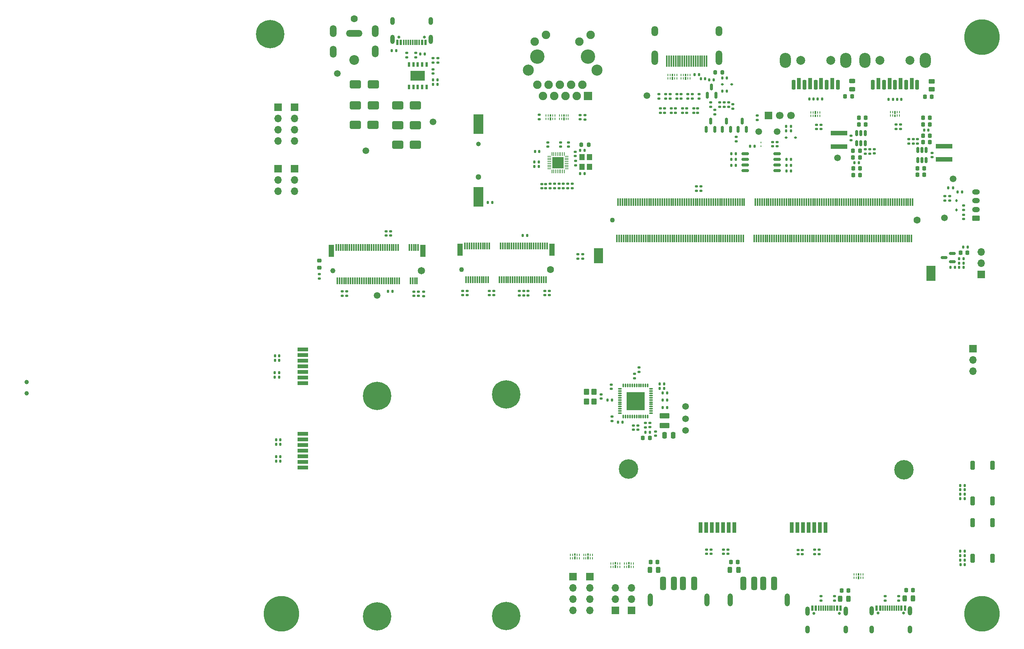
<source format=gbr>
%TF.GenerationSoftware,KiCad,Pcbnew,9.0.3*%
%TF.CreationDate,2025-07-29T21:44:48-04:00*%
%TF.ProjectId,[DFR1142]Lite Carrier for LattePanda Mu,5b444652-3131-4343-925d-4c6974652043,rev?*%
%TF.SameCoordinates,Original*%
%TF.FileFunction,Soldermask,Top*%
%TF.FilePolarity,Negative*%
%FSLAX46Y46*%
G04 Gerber Fmt 4.6, Leading zero omitted, Abs format (unit mm)*
G04 Created by KiCad (PCBNEW 9.0.3) date 2025-07-29 21:44:48*
%MOMM*%
%LPD*%
G01*
G04 APERTURE LIST*
G04 Aperture macros list*
%AMRoundRect*
0 Rectangle with rounded corners*
0 $1 Rounding radius*
0 $2 $3 $4 $5 $6 $7 $8 $9 X,Y pos of 4 corners*
0 Add a 4 corners polygon primitive as box body*
4,1,4,$2,$3,$4,$5,$6,$7,$8,$9,$2,$3,0*
0 Add four circle primitives for the rounded corners*
1,1,$1+$1,$2,$3*
1,1,$1+$1,$4,$5*
1,1,$1+$1,$6,$7*
1,1,$1+$1,$8,$9*
0 Add four rect primitives between the rounded corners*
20,1,$1+$1,$2,$3,$4,$5,0*
20,1,$1+$1,$4,$5,$6,$7,0*
20,1,$1+$1,$6,$7,$8,$9,0*
20,1,$1+$1,$8,$9,$2,$3,0*%
%AMFreePoly0*
4,1,14,0.085355,0.385355,0.100000,0.350000,0.100000,-0.350000,0.085355,-0.385355,0.050000,-0.400000,0.020711,-0.400000,-0.014644,-0.385355,-0.085355,-0.314644,-0.100000,-0.279289,-0.100000,0.350000,-0.085355,0.385355,-0.050000,0.400000,0.050000,0.400000,0.085355,0.385355,0.085355,0.385355,$1*%
%AMFreePoly1*
4,1,14,0.085355,0.385355,0.100000,0.350000,0.100000,-0.279289,0.085355,-0.314644,0.014644,-0.385355,-0.020711,-0.400000,-0.050000,-0.400000,-0.085355,-0.385355,-0.100000,-0.350000,-0.100000,0.350000,-0.085355,0.385355,-0.050000,0.400000,0.050000,0.400000,0.085355,0.385355,0.085355,0.385355,$1*%
%AMFreePoly2*
4,1,14,0.385355,0.085355,0.400000,0.050000,0.400000,-0.050000,0.385355,-0.085355,0.350000,-0.100000,-0.350000,-0.100000,-0.385355,-0.085355,-0.400000,-0.050000,-0.400000,-0.020711,-0.385355,0.014644,-0.314644,0.085355,-0.279289,0.100000,0.350000,0.100000,0.385355,0.085355,0.385355,0.085355,$1*%
%AMFreePoly3*
4,1,14,0.385355,0.085355,0.400000,0.050000,0.400000,-0.050000,0.385355,-0.085355,0.350000,-0.100000,-0.279289,-0.100000,-0.314644,-0.085355,-0.385355,-0.014644,-0.400000,0.020711,-0.400000,0.050000,-0.385355,0.085355,-0.350000,0.100000,0.350000,0.100000,0.385355,0.085355,0.385355,0.085355,$1*%
%AMFreePoly4*
4,1,14,0.014644,0.385355,0.085355,0.314644,0.100000,0.279289,0.100000,-0.350000,0.085355,-0.385355,0.050000,-0.400000,-0.050000,-0.400000,-0.085355,-0.385355,-0.100000,-0.350000,-0.100000,0.350000,-0.085355,0.385355,-0.050000,0.400000,-0.020711,0.400000,0.014644,0.385355,0.014644,0.385355,$1*%
%AMFreePoly5*
4,1,14,0.085355,0.385355,0.100000,0.350000,0.100000,-0.350000,0.085355,-0.385355,0.050000,-0.400000,-0.050000,-0.400000,-0.085355,-0.385355,-0.100000,-0.350000,-0.100000,0.279289,-0.085355,0.314644,-0.014644,0.385355,0.020711,0.400000,0.050000,0.400000,0.085355,0.385355,0.085355,0.385355,$1*%
%AMFreePoly6*
4,1,14,0.385355,0.085355,0.400000,0.050000,0.400000,0.020711,0.385355,-0.014644,0.314644,-0.085355,0.279289,-0.100000,-0.350000,-0.100000,-0.385355,-0.085355,-0.400000,-0.050000,-0.400000,0.050000,-0.385355,0.085355,-0.350000,0.100000,0.350000,0.100000,0.385355,0.085355,0.385355,0.085355,$1*%
%AMFreePoly7*
4,1,14,0.314644,0.085355,0.385355,0.014644,0.400000,-0.020711,0.400000,-0.050000,0.385355,-0.085355,0.350000,-0.100000,-0.350000,-0.100000,-0.385355,-0.085355,-0.400000,-0.050000,-0.400000,0.050000,-0.385355,0.085355,-0.350000,0.100000,0.279289,0.100000,0.314644,0.085355,0.314644,0.085355,$1*%
G04 Aperture macros list end*
%ADD10C,0.800000*%
%ADD11C,6.400000*%
%ADD12R,0.250000X0.625000*%
%ADD13R,0.400000X0.700000*%
%ADD14R,0.400000X0.575000*%
%ADD15RoundRect,0.135000X0.185000X-0.135000X0.185000X0.135000X-0.185000X0.135000X-0.185000X-0.135000X0*%
%ADD16R,1.700000X1.700000*%
%ADD17C,1.700000*%
%ADD18RoundRect,0.135000X-0.135000X-0.185000X0.135000X-0.185000X0.135000X0.185000X-0.135000X0.185000X0*%
%ADD19RoundRect,0.135000X0.135000X0.185000X-0.135000X0.185000X-0.135000X-0.185000X0.135000X-0.185000X0*%
%ADD20RoundRect,0.162500X-0.650000X-0.162500X0.650000X-0.162500X0.650000X0.162500X-0.650000X0.162500X0*%
%ADD21RoundRect,0.062500X-0.062500X0.117500X-0.062500X-0.117500X0.062500X-0.117500X0.062500X0.117500X0*%
%ADD22RoundRect,0.140000X0.170000X-0.140000X0.170000X0.140000X-0.170000X0.140000X-0.170000X-0.140000X0*%
%ADD23RoundRect,0.218750X0.218750X0.256250X-0.218750X0.256250X-0.218750X-0.256250X0.218750X-0.256250X0*%
%ADD24RoundRect,0.140000X-0.140000X-0.170000X0.140000X-0.170000X0.140000X0.170000X-0.140000X0.170000X0*%
%ADD25R,2.300000X4.500000*%
%ADD26C,1.300000*%
%ADD27C,1.050000*%
%ADD28RoundRect,0.225000X-0.225000X-0.250000X0.225000X-0.250000X0.225000X0.250000X-0.225000X0.250000X0*%
%ADD29RoundRect,0.140000X-0.170000X0.140000X-0.170000X-0.140000X0.170000X-0.140000X0.170000X0.140000X0*%
%ADD30RoundRect,0.140000X0.140000X0.170000X-0.140000X0.170000X-0.140000X-0.170000X0.140000X-0.170000X0*%
%ADD31RoundRect,0.225000X0.225000X0.250000X-0.225000X0.250000X-0.225000X-0.250000X0.225000X-0.250000X0*%
%ADD32RoundRect,0.147500X0.147500X0.172500X-0.147500X0.172500X-0.147500X-0.172500X0.147500X-0.172500X0*%
%ADD33RoundRect,0.147500X0.172500X-0.147500X0.172500X0.147500X-0.172500X0.147500X-0.172500X-0.147500X0*%
%ADD34RoundRect,0.147500X-0.147500X-0.172500X0.147500X-0.172500X0.147500X0.172500X-0.147500X0.172500X0*%
%ADD35RoundRect,0.200000X0.200000X0.275000X-0.200000X0.275000X-0.200000X-0.275000X0.200000X-0.275000X0*%
%ADD36RoundRect,0.250000X0.450000X-0.262500X0.450000X0.262500X-0.450000X0.262500X-0.450000X-0.262500X0*%
%ADD37RoundRect,0.243750X0.456250X-0.243750X0.456250X0.243750X-0.456250X0.243750X-0.456250X-0.243750X0*%
%ADD38RoundRect,0.243750X0.243750X0.456250X-0.243750X0.456250X-0.243750X-0.456250X0.243750X-0.456250X0*%
%ADD39RoundRect,0.243750X-0.243750X-0.456250X0.243750X-0.456250X0.243750X0.456250X-0.243750X0.456250X0*%
%ADD40C,1.000000*%
%ADD41O,1.700000X1.700000*%
%ADD42O,1.500000X2.300000*%
%ADD43O,1.500000X3.300000*%
%ADD44R,0.300000X2.600000*%
%ADD45C,2.500000*%
%ADD46C,1.900000*%
%ADD47R,1.900000X1.900000*%
%ADD48C,3.250000*%
%ADD49R,1.200000X2.750000*%
%ADD50R,0.300000X1.550000*%
%ADD51C,1.650000*%
%ADD52C,1.150000*%
%ADD53C,1.600000*%
%ADD54C,1.100000*%
%ADD55O,1.500000X2.700000*%
%ADD56O,3.700000X1.500000*%
%ADD57C,2.200000*%
%ADD58O,1.000000X1.800000*%
%ADD59O,1.000000X2.100000*%
%ADD60R,0.600000X1.240000*%
%ADD61R,0.300000X1.240000*%
%ADD62C,0.650000*%
%ADD63O,2.520000X3.400000*%
%ADD64RoundRect,0.225000X0.225000X0.850000X-0.225000X0.850000X-0.225000X-0.850000X0.225000X-0.850000X0*%
%ADD65RoundRect,0.225000X0.225000X1.075000X-0.225000X1.075000X-0.225000X-1.075000X0.225000X-1.075000X0*%
%ADD66C,2.000000*%
%ADD67O,1.200000X2.900000*%
%ADD68RoundRect,0.325000X-0.325000X-1.175000X0.325000X-1.175000X0.325000X1.175000X-0.325000X1.175000X0*%
%ADD69R,0.889000X2.387600*%
%ADD70R,2.387600X0.889000*%
%ADD71R,3.700000X1.100000*%
%ADD72O,1.750000X1.200000*%
%ADD73RoundRect,0.250000X0.625000X-0.350000X0.625000X0.350000X-0.625000X0.350000X-0.625000X-0.350000X0*%
%ADD74RoundRect,0.150000X0.150000X-0.587500X0.150000X0.587500X-0.150000X0.587500X-0.150000X-0.587500X0*%
%ADD75RoundRect,0.150000X0.587500X0.150000X-0.587500X0.150000X-0.587500X-0.150000X0.587500X-0.150000X0*%
%ADD76RoundRect,0.135000X-0.185000X0.135000X-0.185000X-0.135000X0.185000X-0.135000X0.185000X0.135000X0*%
%ADD77R,2.650000X2.650000*%
%ADD78FreePoly0,270.000000*%
%ADD79RoundRect,0.050000X-0.350000X0.050000X-0.350000X-0.050000X0.350000X-0.050000X0.350000X0.050000X0*%
%ADD80FreePoly1,270.000000*%
%ADD81FreePoly2,270.000000*%
%ADD82RoundRect,0.050000X-0.050000X0.350000X-0.050000X-0.350000X0.050000X-0.350000X0.050000X0.350000X0*%
%ADD83FreePoly3,270.000000*%
%ADD84FreePoly4,270.000000*%
%ADD85FreePoly5,270.000000*%
%ADD86FreePoly6,270.000000*%
%ADD87FreePoly7,270.000000*%
%ADD88R,0.510000X1.100000*%
%ADD89R,3.200000X2.300000*%
%ADD90RoundRect,0.150000X-0.150000X0.512500X-0.150000X-0.512500X0.150000X-0.512500X0.150000X0.512500X0*%
%ADD91RoundRect,0.150000X0.150000X-0.512500X0.150000X0.512500X-0.150000X0.512500X-0.150000X-0.512500X0*%
%ADD92R,1.200000X1.400000*%
%ADD93C,0.900000*%
%ADD94C,8.000000*%
%ADD95RoundRect,0.112500X-0.187500X-0.112500X0.187500X-0.112500X0.187500X0.112500X-0.187500X0.112500X0*%
%ADD96R,0.450000X0.700000*%
%ADD97R,0.450000X0.575000*%
%ADD98C,1.500000*%
%ADD99RoundRect,0.250000X1.000000X0.650000X-1.000000X0.650000X-1.000000X-0.650000X1.000000X-0.650000X0*%
%ADD100RoundRect,0.250000X-1.000000X-0.650000X1.000000X-0.650000X1.000000X0.650000X-1.000000X0.650000X0*%
%ADD101RoundRect,0.250000X0.350000X-0.450000X0.350000X0.450000X-0.350000X0.450000X-0.350000X-0.450000X0*%
%ADD102RoundRect,0.218750X-0.256250X0.218750X-0.256250X-0.218750X0.256250X-0.218750X0.256250X0.218750X0*%
%ADD103RoundRect,0.250000X0.250000X-0.750000X0.250000X0.750000X-0.250000X0.750000X-0.250000X-0.750000X0*%
%ADD104C,3.200000*%
%ADD105C,4.400000*%
%ADD106RoundRect,0.250000X-0.250000X-0.475000X0.250000X-0.475000X0.250000X0.475000X-0.250000X0.475000X0*%
%ADD107RoundRect,0.218750X-0.218750X-0.256250X0.218750X-0.256250X0.218750X0.256250X-0.218750X0.256250X0*%
%ADD108RoundRect,0.112500X0.112500X-0.187500X0.112500X0.187500X-0.112500X0.187500X-0.112500X-0.187500X0*%
%ADD109O,1.000000X0.280000*%
%ADD110O,0.280000X1.000000*%
%ADD111R,4.100000X4.100000*%
%ADD112RoundRect,0.250000X-0.850000X0.375000X-0.850000X-0.375000X0.850000X-0.375000X0.850000X0.375000X0*%
%ADD113R,2.000000X3.500000*%
%ADD114R,0.300000X1.750000*%
G04 APERTURE END LIST*
D10*
%TO.C,H1*%
X122992573Y-58020627D03*
X124689629Y-58723571D03*
X121295517Y-58723571D03*
X125392573Y-60420627D03*
D11*
X122992573Y-60420627D03*
D10*
X120592573Y-60420627D03*
X124689629Y-62117683D03*
X121295517Y-62117683D03*
X122992573Y-62820627D03*
%TD*%
D12*
%TO.C,U12*%
X199900000Y-180740000D03*
X200400000Y-180740000D03*
D13*
X200900000Y-180702500D03*
D12*
X201400000Y-180740000D03*
X201900000Y-180740000D03*
X201900000Y-179965000D03*
X201400000Y-179965000D03*
D14*
X200900000Y-179940000D03*
D12*
X200400000Y-179965000D03*
X199900000Y-179965000D03*
%TD*%
D15*
%TO.C,R95*%
X232925000Y-79835000D03*
X232925000Y-78815000D03*
%TD*%
D16*
%TO.C,J88*%
X235410000Y-78825000D03*
D17*
X237950000Y-78825000D03*
X240490000Y-78825000D03*
%TD*%
D18*
%TO.C,R88*%
X228047500Y-87490000D03*
X227027500Y-87490000D03*
%TD*%
%TO.C,R92*%
X228047500Y-90040000D03*
X227027500Y-90040000D03*
%TD*%
%TO.C,R89*%
X240532500Y-90040000D03*
X239512500Y-90040000D03*
%TD*%
D19*
%TO.C,R90*%
X239527500Y-91315000D03*
X240547500Y-91315000D03*
%TD*%
D18*
%TO.C,R91*%
X228047500Y-88765000D03*
X227027500Y-88765000D03*
%TD*%
D19*
%TO.C,R93*%
X239512500Y-88765000D03*
X240532500Y-88765000D03*
%TD*%
D20*
%TO.C,U79*%
X237362500Y-87495000D03*
X237362500Y-88765000D03*
X237362500Y-90035000D03*
X237362500Y-91305000D03*
X230187500Y-91305000D03*
X230187500Y-90035000D03*
X230187500Y-88765000D03*
X230187500Y-87495000D03*
%TD*%
D19*
%TO.C,R94*%
X232310000Y-85725000D03*
X231290000Y-85725000D03*
%TD*%
D21*
%TO.C,D79*%
X233725000Y-85722500D03*
X233725000Y-84882500D03*
%TD*%
D22*
%TO.C,C122*%
X236370000Y-85750000D03*
X236370000Y-84790000D03*
%TD*%
%TO.C,C121*%
X237375000Y-85750000D03*
X237375000Y-84790000D03*
%TD*%
D19*
%TO.C,R87*%
X208685000Y-150325000D03*
X207665000Y-150325000D03*
%TD*%
D23*
%TO.C,D78*%
X208687500Y-151675000D03*
X207112500Y-151675000D03*
%TD*%
D24*
%TO.C,C114*%
X125050000Y-134080000D03*
X124090000Y-134080000D03*
%TD*%
%TO.C,C118*%
X125055000Y-133080000D03*
X124095000Y-133080000D03*
%TD*%
D25*
%TO.C,BT1*%
X170025000Y-80800000D03*
X170025000Y-97200000D03*
D26*
X170025000Y-92725000D03*
D27*
X170025000Y-85275000D03*
%TD*%
D22*
%TO.C,C17*%
X211025000Y-77250000D03*
X211025000Y-78210000D03*
%TD*%
%TO.C,C18*%
X211950000Y-77250000D03*
X211950000Y-78210000D03*
%TD*%
%TO.C,C19*%
X213525000Y-77250000D03*
X213525000Y-78210000D03*
%TD*%
%TO.C,C20*%
X214450000Y-77250000D03*
X214450000Y-78210000D03*
%TD*%
%TO.C,C21*%
X216075000Y-77245000D03*
X216075000Y-78205000D03*
%TD*%
%TO.C,C22*%
X217000000Y-77245000D03*
X217000000Y-78205000D03*
%TD*%
%TO.C,C23*%
X218555621Y-77245000D03*
X218555621Y-78205000D03*
%TD*%
%TO.C,C24*%
X219475000Y-77245000D03*
X219475000Y-78205000D03*
%TD*%
D24*
%TO.C,C25*%
X226010000Y-70375000D03*
X225050000Y-70375000D03*
%TD*%
D22*
%TO.C,C26*%
X264250000Y-80882500D03*
X264250000Y-81842500D03*
%TD*%
%TO.C,C27*%
X265250000Y-80882500D03*
X265250000Y-81842500D03*
%TD*%
%TO.C,C28*%
X246288999Y-80900000D03*
X246288999Y-81860000D03*
%TD*%
%TO.C,C29*%
X247288999Y-80895000D03*
X247288999Y-81855000D03*
%TD*%
D28*
%TO.C,C31*%
X272275000Y-74575000D03*
X270725000Y-74575000D03*
%TD*%
%TO.C,C32*%
X254288999Y-74525000D03*
X252738999Y-74525000D03*
%TD*%
D22*
%TO.C,C33*%
X188166150Y-94270000D03*
X188166150Y-95230000D03*
%TD*%
D29*
%TO.C,C34*%
X191842669Y-87950793D03*
X191842669Y-86990793D03*
%TD*%
%TO.C,C35*%
X188566150Y-85850000D03*
X188566150Y-84890000D03*
%TD*%
%TO.C,C36*%
X185691150Y-85855000D03*
X185691150Y-84895000D03*
%TD*%
D24*
%TO.C,C37*%
X183730000Y-86950000D03*
X182770000Y-86950000D03*
%TD*%
D30*
%TO.C,C38*%
X182640000Y-90325000D03*
X183600000Y-90325000D03*
%TD*%
D29*
%TO.C,C39*%
X185191150Y-95255000D03*
X185191150Y-94295000D03*
%TD*%
D22*
%TO.C,C40*%
X191166150Y-94270000D03*
X191166150Y-95230000D03*
%TD*%
D29*
%TO.C,C41*%
X190316150Y-85855000D03*
X190316150Y-84895000D03*
%TD*%
D30*
%TO.C,C42*%
X182640000Y-89350000D03*
X183600000Y-89350000D03*
%TD*%
D29*
%TO.C,C43*%
X184266150Y-95255000D03*
X184266150Y-94295000D03*
%TD*%
D22*
%TO.C,C44*%
X190166150Y-94270000D03*
X190166150Y-95230000D03*
%TD*%
%TO.C,C45*%
X189166150Y-94270000D03*
X189166150Y-95230000D03*
%TD*%
D30*
%TO.C,C46*%
X192982669Y-86700793D03*
X193942669Y-86700793D03*
%TD*%
%TO.C,C47*%
X192967669Y-91975793D03*
X193927669Y-91975793D03*
%TD*%
D29*
%TO.C,C48*%
X192925000Y-79700000D03*
X192925000Y-78740000D03*
%TD*%
%TO.C,C49*%
X150150000Y-105905000D03*
X150150000Y-104945000D03*
%TD*%
%TO.C,C50*%
X149175000Y-105905000D03*
X149175000Y-104945000D03*
%TD*%
D22*
%TO.C,C51*%
X139275000Y-118565000D03*
X139275000Y-119525000D03*
%TD*%
%TO.C,C52*%
X140275000Y-118565000D03*
X140275000Y-119525000D03*
%TD*%
%TO.C,C53*%
X155425000Y-118620000D03*
X155425000Y-119580000D03*
%TD*%
%TO.C,C54*%
X156425000Y-118615000D03*
X156425000Y-119575000D03*
%TD*%
%TO.C,C55*%
X172450000Y-118445000D03*
X172450000Y-119405000D03*
%TD*%
%TO.C,C56*%
X173450000Y-118445000D03*
X173450000Y-119405000D03*
%TD*%
%TO.C,C57*%
X185025000Y-118425000D03*
X185025000Y-119385000D03*
%TD*%
%TO.C,C58*%
X186000000Y-118425000D03*
X186000000Y-119385000D03*
%TD*%
%TO.C,C59*%
X166450000Y-118425000D03*
X166450000Y-119385000D03*
%TD*%
%TO.C,C60*%
X167450000Y-118425000D03*
X167450000Y-119385000D03*
%TD*%
D29*
%TO.C,C61*%
X159747387Y-69326000D03*
X159747387Y-68366000D03*
%TD*%
D28*
%TO.C,C64*%
X270600000Y-92225000D03*
X269050000Y-92225000D03*
%TD*%
D31*
%TO.C,C65*%
X255813999Y-79350000D03*
X257363999Y-79350000D03*
%TD*%
D30*
%TO.C,C66*%
X278740000Y-165375000D03*
X279700000Y-165375000D03*
%TD*%
D28*
%TO.C,C67*%
X270600000Y-90725000D03*
X269050000Y-90725000D03*
%TD*%
D31*
%TO.C,C68*%
X255813999Y-80850000D03*
X257363999Y-80850000D03*
%TD*%
D30*
%TO.C,C69*%
X278770000Y-180225000D03*
X279730000Y-180225000D03*
%TD*%
D22*
%TO.C,C70*%
X272325000Y-87270000D03*
X272325000Y-88230000D03*
%TD*%
D29*
%TO.C,C71*%
X254088999Y-84385000D03*
X254088999Y-83425000D03*
%TD*%
D28*
%TO.C,C74*%
X271850000Y-84850000D03*
X270300000Y-84850000D03*
%TD*%
D31*
%TO.C,C75*%
X254513999Y-86800000D03*
X256063999Y-86800000D03*
%TD*%
D28*
%TO.C,C76*%
X271850000Y-83350000D03*
X270300000Y-83350000D03*
%TD*%
D31*
%TO.C,C77*%
X254513999Y-88275000D03*
X256063999Y-88275000D03*
%TD*%
D30*
%TO.C,C78*%
X270590000Y-82100000D03*
X271550000Y-82100000D03*
%TD*%
D24*
%TO.C,C79*%
X255813999Y-89525000D03*
X254853999Y-89525000D03*
%TD*%
D28*
%TO.C,C80*%
X271850000Y-80850000D03*
X270300000Y-80850000D03*
%TD*%
D31*
%TO.C,C81*%
X254538999Y-90775000D03*
X256088999Y-90775000D03*
%TD*%
D28*
%TO.C,C82*%
X271850000Y-79350000D03*
X270300000Y-79350000D03*
%TD*%
D31*
%TO.C,C83*%
X254538999Y-92250000D03*
X256088999Y-92250000D03*
%TD*%
D29*
%TO.C,C84*%
X279450000Y-102180000D03*
X279450000Y-101220000D03*
%TD*%
D28*
%TO.C,C86*%
X253485000Y-186135000D03*
X251935000Y-186135000D03*
%TD*%
%TO.C,C87*%
X268040000Y-186010000D03*
X266490000Y-186010000D03*
%TD*%
D31*
%TO.C,C88*%
X226965000Y-179660000D03*
X228515000Y-179660000D03*
%TD*%
%TO.C,C89*%
X208865000Y-179660000D03*
X210415000Y-179660000D03*
%TD*%
D24*
%TO.C,C116*%
X125325000Y-153100000D03*
X124365000Y-153100000D03*
%TD*%
%TO.C,C120*%
X125325000Y-152075000D03*
X124365000Y-152075000D03*
%TD*%
D32*
%TO.C,D1*%
X218805000Y-69575000D03*
X219775000Y-69575000D03*
%TD*%
D33*
%TO.C,D2*%
X224450000Y-75865000D03*
X224450000Y-76835000D03*
%TD*%
D34*
%TO.C,D3*%
X221135000Y-70550000D03*
X220165000Y-70550000D03*
%TD*%
%TO.C,D5*%
X245608999Y-75075000D03*
X244638999Y-75075000D03*
%TD*%
D32*
%TO.C,D6*%
X246563999Y-75075000D03*
X247533999Y-75075000D03*
%TD*%
D34*
%TO.C,D7*%
X263545000Y-75157500D03*
X262575000Y-75157500D03*
%TD*%
D32*
%TO.C,D8*%
X264475000Y-75157500D03*
X265445000Y-75157500D03*
%TD*%
D33*
%TO.C,D10*%
X153825000Y-64700000D03*
X153825000Y-65670000D03*
%TD*%
%TO.C,D11*%
X155825000Y-64700000D03*
X155825000Y-65670000D03*
%TD*%
D32*
%TO.C,D12*%
X150455000Y-64200000D03*
X151425000Y-64200000D03*
%TD*%
D34*
%TO.C,D13*%
X160760000Y-70750000D03*
X159790000Y-70750000D03*
%TD*%
%TO.C,D14*%
X160760000Y-71775000D03*
X159790000Y-71775000D03*
%TD*%
%TO.C,D21*%
X279705000Y-164375000D03*
X278735000Y-164375000D03*
%TD*%
%TO.C,D25*%
X279710000Y-179225000D03*
X278740000Y-179225000D03*
%TD*%
D35*
%TO.C,F1*%
X223400000Y-69125000D03*
X225050000Y-69125000D03*
%TD*%
D36*
%TO.C,F4*%
X272250000Y-71100000D03*
X272250000Y-72925000D03*
%TD*%
D37*
%TO.C,F5*%
X254288999Y-71025000D03*
X254288999Y-72900000D03*
%TD*%
D38*
%TO.C,F78*%
X251622500Y-187935000D03*
X253497500Y-187935000D03*
%TD*%
%TO.C,F79*%
X266177500Y-187835000D03*
X268052500Y-187835000D03*
%TD*%
D39*
%TO.C,F80*%
X228640000Y-181435000D03*
X226765000Y-181435000D03*
%TD*%
%TO.C,F81*%
X210590000Y-181410000D03*
X208715000Y-181410000D03*
%TD*%
D40*
%TO.C,FID1*%
X68050000Y-139000000D03*
%TD*%
%TO.C,FID2*%
X68050000Y-141550000D03*
%TD*%
D10*
%TO.C,H1*%
X178625000Y-141850000D03*
X177922056Y-143547056D03*
X177922056Y-140152944D03*
X176225000Y-144250000D03*
D11*
X176225000Y-141850000D03*
D10*
X176225000Y-139450000D03*
X174527944Y-143547056D03*
X174527944Y-140152944D03*
X173825000Y-141850000D03*
%TD*%
%TO.C,H2*%
X149550000Y-142175000D03*
X148847056Y-143872056D03*
X148847056Y-140477944D03*
X147150000Y-144575000D03*
D11*
X147150000Y-142175000D03*
D10*
X147150000Y-139775000D03*
X145452944Y-143872056D03*
X145452944Y-140477944D03*
X144750000Y-142175000D03*
%TD*%
%TO.C,H3*%
X149550000Y-191908582D03*
X148847056Y-193605638D03*
X148847056Y-190211526D03*
X147150000Y-194308582D03*
D11*
X147150000Y-191908582D03*
D10*
X147150000Y-189508582D03*
X145452944Y-193605638D03*
X145452944Y-190211526D03*
X144750000Y-191908582D03*
%TD*%
%TO.C,H4*%
X178625000Y-191850000D03*
X177922056Y-193547056D03*
X177922056Y-190152944D03*
X176225000Y-194250000D03*
D11*
X176225000Y-191850000D03*
D10*
X176225000Y-189450000D03*
X174527944Y-193547056D03*
X174527944Y-190152944D03*
X173825000Y-191850000D03*
%TD*%
D41*
%TO.C,J1*%
X281600000Y-136605000D03*
X281600000Y-134065000D03*
D16*
X281600000Y-131525000D03*
%TD*%
D42*
%TO.C,J3*%
X224250000Y-59785000D03*
X209750000Y-59785000D03*
D43*
X224250000Y-65745000D03*
X209750000Y-65745000D03*
D44*
X221500000Y-66505000D03*
X221000000Y-66505000D03*
X220500000Y-66505000D03*
X220000000Y-66505000D03*
X219500000Y-66505000D03*
X219000000Y-66505000D03*
X218500000Y-66505000D03*
X218000000Y-66505000D03*
X217500000Y-66505000D03*
X217000000Y-66505000D03*
X216500000Y-66505000D03*
X216000000Y-66505000D03*
X215500000Y-66505000D03*
X215000000Y-66505000D03*
X214500000Y-66505000D03*
X214000000Y-66505000D03*
X213500000Y-66505000D03*
X213000000Y-66505000D03*
X212500000Y-66505000D03*
%TD*%
D45*
%TO.C,J6*%
X181225000Y-68550000D03*
X196775000Y-68550000D03*
D46*
X183285000Y-71850000D03*
X184555000Y-74390000D03*
X185825000Y-71850000D03*
X187095000Y-74390000D03*
X188365000Y-71850000D03*
X189635000Y-74390000D03*
X190905000Y-71850000D03*
X192175000Y-74390000D03*
X193445000Y-71850000D03*
D47*
X194715000Y-74390000D03*
D46*
X195325000Y-60600000D03*
X192785000Y-62120000D03*
X185215000Y-60600000D03*
X182675000Y-62120000D03*
D48*
X183285000Y-65500000D03*
X194715000Y-65500000D03*
%TD*%
D41*
%TO.C,J7*%
X191375000Y-190600609D03*
X191375000Y-188060609D03*
X191375000Y-185520609D03*
D16*
X191375000Y-182980609D03*
%TD*%
D41*
%TO.C,J8*%
X200900000Y-185510000D03*
X200900000Y-188050000D03*
D16*
X200900000Y-190590000D03*
%TD*%
D41*
%TO.C,J9*%
X195125000Y-190600000D03*
X195125000Y-188060000D03*
X195125000Y-185520000D03*
D16*
X195125000Y-182980000D03*
%TD*%
D41*
%TO.C,J10*%
X204550000Y-185510000D03*
X204550000Y-188050000D03*
D16*
X204550000Y-190590000D03*
%TD*%
D41*
%TO.C,J11*%
X128550000Y-95930000D03*
X128550000Y-93390000D03*
D16*
X128550000Y-90850000D03*
%TD*%
D41*
%TO.C,J12*%
X128525000Y-84540000D03*
X128525000Y-82000000D03*
X128525000Y-79460000D03*
D16*
X128525000Y-76920000D03*
%TD*%
D41*
%TO.C,J13*%
X124800000Y-84540000D03*
X124800000Y-82000000D03*
X124800000Y-79460000D03*
D16*
X124800000Y-76920000D03*
%TD*%
D41*
%TO.C,J14*%
X124825000Y-95930000D03*
X124825000Y-93390000D03*
D16*
X124825000Y-90850000D03*
%TD*%
D49*
%TO.C,J15*%
X157500000Y-109375000D03*
X136800000Y-109375000D03*
D50*
X156400000Y-108600000D03*
X156150000Y-116150000D03*
X155900000Y-108600000D03*
X155650000Y-116150000D03*
X155400000Y-108600000D03*
X155150000Y-116150000D03*
X154900000Y-108600000D03*
X154650000Y-116150000D03*
X154400000Y-108600000D03*
X152150000Y-116150000D03*
X151900000Y-108600000D03*
X151650000Y-116150000D03*
X151400000Y-108600000D03*
X151150000Y-116150000D03*
X150900000Y-108600000D03*
X150650000Y-116150000D03*
X150400000Y-108600000D03*
X150150000Y-116150000D03*
X149900000Y-108600000D03*
X149650000Y-116150000D03*
X149400000Y-108600000D03*
X149150000Y-116150000D03*
X148900000Y-108600000D03*
X148650000Y-116150000D03*
X148400000Y-108600000D03*
X148150000Y-116150000D03*
X147900000Y-108600000D03*
X147650000Y-116150000D03*
X147400000Y-108600000D03*
X147150000Y-116150000D03*
X146900000Y-108600000D03*
X146650000Y-116150000D03*
X146400000Y-108600000D03*
X146150000Y-116150000D03*
X145900000Y-108600000D03*
X145650000Y-116150000D03*
X145400000Y-108600000D03*
X145150000Y-116150000D03*
X144900000Y-108600000D03*
X144650000Y-116150000D03*
X144400000Y-108600000D03*
X144150000Y-116150000D03*
X143900000Y-108600000D03*
X143650000Y-116150000D03*
X143400000Y-108600000D03*
X143150000Y-116150000D03*
X142900000Y-108600000D03*
X142650000Y-116150000D03*
X142400000Y-108600000D03*
X142150000Y-116150000D03*
X141900000Y-108600000D03*
X141650000Y-116150000D03*
X141400000Y-108600000D03*
X141150000Y-116150000D03*
X140900000Y-108600000D03*
X140650000Y-116150000D03*
X140400000Y-108600000D03*
X140150000Y-116150000D03*
X139900000Y-108600000D03*
X139650000Y-116150000D03*
X139400000Y-108600000D03*
X139150000Y-116150000D03*
X138900000Y-108600000D03*
X138650000Y-116150000D03*
X138400000Y-108600000D03*
X138150000Y-116150000D03*
X137900000Y-108600000D03*
D51*
X157150000Y-113875000D03*
D52*
X137150000Y-113875000D03*
%TD*%
D49*
%TO.C,J16*%
X186575000Y-109100000D03*
X165875000Y-109100000D03*
D50*
X185475000Y-108325000D03*
X185225000Y-115875000D03*
X184975000Y-108325000D03*
X184725000Y-115875000D03*
X184475000Y-108325000D03*
X184225000Y-115875000D03*
X183975000Y-108325000D03*
X183725000Y-115875000D03*
X183475000Y-108325000D03*
X183225000Y-115875000D03*
X182975000Y-108325000D03*
X182725000Y-115875000D03*
X182475000Y-108325000D03*
X182225000Y-115875000D03*
X181975000Y-108325000D03*
X181725000Y-115875000D03*
X181475000Y-108325000D03*
X181225000Y-115875000D03*
X180975000Y-108325000D03*
X180725000Y-115875000D03*
X180475000Y-108325000D03*
X180225000Y-115875000D03*
X179975000Y-108325000D03*
X179725000Y-115875000D03*
X179475000Y-108325000D03*
X179225000Y-115875000D03*
X178975000Y-108325000D03*
X178725000Y-115875000D03*
X178475000Y-108325000D03*
X178225000Y-115875000D03*
X177975000Y-108325000D03*
X177725000Y-115875000D03*
X177475000Y-108325000D03*
X177225000Y-115875000D03*
X176975000Y-108325000D03*
X176725000Y-115875000D03*
X176475000Y-108325000D03*
X176225000Y-115875000D03*
X175975000Y-108325000D03*
X175725000Y-115875000D03*
X175475000Y-108325000D03*
X175225000Y-115875000D03*
X174975000Y-108325000D03*
X174725000Y-115875000D03*
X172475000Y-108325000D03*
X172225000Y-115875000D03*
X171975000Y-108325000D03*
X171725000Y-115875000D03*
X171475000Y-108325000D03*
X171225000Y-115875000D03*
X170975000Y-108325000D03*
X170725000Y-115875000D03*
X170475000Y-108325000D03*
X170225000Y-115875000D03*
X169975000Y-108325000D03*
X169725000Y-115875000D03*
X169475000Y-108325000D03*
X169225000Y-115875000D03*
X168975000Y-108325000D03*
X168725000Y-115875000D03*
X168475000Y-108325000D03*
X168225000Y-115875000D03*
X167975000Y-108325000D03*
X167725000Y-115875000D03*
X167475000Y-108325000D03*
X167225000Y-115875000D03*
X166975000Y-108325000D03*
D53*
X186225000Y-113600000D03*
D54*
X166225000Y-113600000D03*
%TD*%
D55*
%TO.C,J17*%
X146750000Y-64350000D03*
X146750000Y-59750000D03*
X137250000Y-64450000D03*
X137250000Y-59750000D03*
D56*
X142000000Y-60250000D03*
D57*
X142000000Y-66250000D03*
D53*
X142000000Y-57000000D03*
%TD*%
D58*
%TO.C,J18*%
X150580000Y-57475000D03*
D59*
X150580000Y-61675000D03*
D58*
X159220000Y-57475000D03*
D59*
X159220000Y-61675000D03*
D60*
X158100000Y-62275000D03*
X157300000Y-62275000D03*
D61*
X156650000Y-62275000D03*
X155650000Y-62275000D03*
X154150000Y-62275000D03*
X153150000Y-62275000D03*
D60*
X152500000Y-62275000D03*
X151700000Y-62275000D03*
X151700000Y-62275000D03*
X152500000Y-62275000D03*
D61*
X153650000Y-62275000D03*
X154650000Y-62275000D03*
X155150000Y-62275000D03*
X156150000Y-62275000D03*
D60*
X157300000Y-62275000D03*
X158100000Y-62275000D03*
D62*
X152010000Y-61155000D03*
X157790000Y-61155000D03*
%TD*%
D63*
%TO.C,J78*%
X239288999Y-66400000D03*
X252888999Y-66400000D03*
D64*
X251088999Y-71845000D03*
X248588999Y-71845000D03*
X246088999Y-71845000D03*
X243588999Y-71845000D03*
X241088999Y-71845000D03*
D65*
X242338999Y-71620000D03*
X244838999Y-71620000D03*
X247338999Y-71620000D03*
X249838999Y-71620000D03*
D66*
X242688999Y-66400000D03*
X249488999Y-66400000D03*
%TD*%
D58*
%TO.C,J79*%
X267360000Y-194860000D03*
D59*
X267360000Y-190660000D03*
D58*
X258720000Y-194860000D03*
D59*
X258720000Y-190660000D03*
D60*
X259840000Y-190060000D03*
X260640000Y-190060000D03*
D61*
X261290000Y-190060000D03*
X262290000Y-190060000D03*
X263790000Y-190060000D03*
X264790000Y-190060000D03*
D60*
X265440000Y-190060000D03*
X266240000Y-190060000D03*
X266240000Y-190060000D03*
X265440000Y-190060000D03*
D61*
X264290000Y-190060000D03*
X263290000Y-190060000D03*
X262790000Y-190060000D03*
X261790000Y-190060000D03*
D60*
X260640000Y-190060000D03*
X259840000Y-190060000D03*
D62*
X265930000Y-191180000D03*
X260150000Y-191180000D03*
%TD*%
D63*
%TO.C,J80*%
X257200000Y-66407500D03*
X270800000Y-66407500D03*
D64*
X269000000Y-71852500D03*
X266500000Y-71852500D03*
X264000000Y-71852500D03*
X261500000Y-71852500D03*
X259000000Y-71852500D03*
D65*
X260250000Y-71627500D03*
X262750000Y-71627500D03*
X265250000Y-71627500D03*
X267750000Y-71627500D03*
D66*
X260600000Y-66407500D03*
X267400000Y-66407500D03*
%TD*%
D58*
%TO.C,J81*%
X252860000Y-194910000D03*
D59*
X252860000Y-190710000D03*
D58*
X244220000Y-194910000D03*
D59*
X244220000Y-190710000D03*
D60*
X245340000Y-190110000D03*
X246140000Y-190110000D03*
D61*
X246790000Y-190110000D03*
X247790000Y-190110000D03*
X249290000Y-190110000D03*
X250290000Y-190110000D03*
D60*
X250940000Y-190110000D03*
X251740000Y-190110000D03*
X251740000Y-190110000D03*
X250940000Y-190110000D03*
D61*
X249790000Y-190110000D03*
X248790000Y-190110000D03*
X248290000Y-190110000D03*
X247290000Y-190110000D03*
D60*
X246140000Y-190110000D03*
X245340000Y-190110000D03*
D62*
X251430000Y-191230000D03*
X245650000Y-191230000D03*
%TD*%
D67*
%TO.C,J82*%
X239650000Y-188200000D03*
X226850000Y-188200000D03*
D68*
X236750000Y-184500000D03*
X234250000Y-184500000D03*
X232250000Y-184500000D03*
X229750000Y-184500000D03*
%TD*%
D67*
%TO.C,J83*%
X221550000Y-188200000D03*
X208750000Y-188200000D03*
D68*
X218650000Y-184500000D03*
X216150000Y-184500000D03*
X214150000Y-184500000D03*
X211650000Y-184500000D03*
%TD*%
D69*
%TO.C,J84*%
X240685000Y-171843400D03*
X241955000Y-171843400D03*
X243225000Y-171843400D03*
X244495000Y-171843400D03*
X245765000Y-171843400D03*
X247035000Y-171843400D03*
X248305000Y-171843400D03*
%TD*%
%TO.C,J85*%
X220095000Y-171850000D03*
X221365000Y-171850000D03*
X222635000Y-171850000D03*
X223905000Y-171850000D03*
X225175000Y-171850000D03*
X226445000Y-171850000D03*
X227715000Y-171850000D03*
%TD*%
D70*
%TO.C,J86*%
X130400000Y-139300000D03*
X130400000Y-138030000D03*
X130400000Y-136760000D03*
X130400000Y-135490000D03*
X130400000Y-134220000D03*
X130400000Y-132950000D03*
X130400000Y-131680000D03*
%TD*%
%TO.C,J87*%
X130381600Y-150680000D03*
X130381600Y-151950000D03*
X130381600Y-153220000D03*
X130381600Y-154490000D03*
X130381600Y-155760000D03*
X130381600Y-157030000D03*
X130381600Y-158300000D03*
%TD*%
D41*
%TO.C,JP1*%
X283450000Y-109610000D03*
X283450000Y-112150000D03*
D16*
X283450000Y-114690000D03*
%TD*%
D71*
%TO.C,L1*%
X275050000Y-85725000D03*
X275050000Y-88725000D03*
%TD*%
%TO.C,L2*%
X251363999Y-85825000D03*
X251363999Y-82825000D03*
%TD*%
D72*
%TO.C,M1*%
X282250000Y-96050000D03*
X282250000Y-98050000D03*
X282250000Y-100050000D03*
D73*
X282250000Y-102050000D03*
%TD*%
D74*
%TO.C,Q1*%
X225950000Y-80075000D03*
X226900000Y-81950000D03*
X225000000Y-81950000D03*
%TD*%
%TO.C,Q2*%
X222375000Y-80062500D03*
X223325000Y-81937500D03*
X221425000Y-81937500D03*
%TD*%
%TO.C,Q3*%
X222600000Y-72375000D03*
X223550000Y-74250000D03*
X221650000Y-74250000D03*
%TD*%
%TO.C,Q4*%
X229500000Y-80075000D03*
X230450000Y-81950000D03*
X228550000Y-81950000D03*
%TD*%
D75*
%TO.C,Q8*%
X275085000Y-110900000D03*
X276960000Y-109950000D03*
X276960000Y-111850000D03*
%TD*%
D19*
%TO.C,R1*%
X172100000Y-98475000D03*
X173120000Y-98475000D03*
%TD*%
%TO.C,R2*%
X239465000Y-81275000D03*
X240485000Y-81275000D03*
%TD*%
%TO.C,R3*%
X224990000Y-73350000D03*
X226010000Y-73350000D03*
%TD*%
D76*
%TO.C,R4*%
X227400000Y-77310000D03*
X227400000Y-76290000D03*
%TD*%
%TO.C,R5*%
X223325000Y-78570000D03*
X223325000Y-77550000D03*
%TD*%
D15*
%TO.C,R6*%
X226450000Y-75840000D03*
X226450000Y-76860000D03*
%TD*%
D76*
%TO.C,R7*%
X219750000Y-74985000D03*
X219750000Y-73965000D03*
%TD*%
%TO.C,R8*%
X218275000Y-74985000D03*
X218275000Y-73965000D03*
%TD*%
%TO.C,R9*%
X217275000Y-74990000D03*
X217275000Y-73970000D03*
%TD*%
%TO.C,R10*%
X215750000Y-74985000D03*
X215750000Y-73965000D03*
%TD*%
D15*
%TO.C,R11*%
X225450000Y-75840000D03*
X225450000Y-76860000D03*
%TD*%
D76*
%TO.C,R13*%
X214750000Y-74985000D03*
X214750000Y-73965000D03*
%TD*%
%TO.C,R14*%
X213225000Y-74985000D03*
X213225000Y-73965000D03*
%TD*%
%TO.C,R15*%
X222375000Y-76860000D03*
X222375000Y-75840000D03*
%TD*%
%TO.C,R16*%
X212225000Y-74985000D03*
X212225000Y-73965000D03*
%TD*%
%TO.C,R17*%
X210725000Y-74975000D03*
X210725000Y-73955000D03*
%TD*%
D19*
%TO.C,R18*%
X222080000Y-70775000D03*
X223100000Y-70775000D03*
%TD*%
D15*
%TO.C,R19*%
X228175000Y-83665000D03*
X228175000Y-84685000D03*
%TD*%
%TO.C,R20*%
X186191150Y-94240000D03*
X186191150Y-95260000D03*
%TD*%
%TO.C,R21*%
X187166150Y-94240000D03*
X187166150Y-95260000D03*
%TD*%
D35*
%TO.C,R22*%
X193216150Y-85425000D03*
X194866150Y-85425000D03*
%TD*%
D76*
%TO.C,R23*%
X191942669Y-90085793D03*
X191942669Y-89065793D03*
%TD*%
%TO.C,R24*%
X194025000Y-79730000D03*
X194025000Y-78710000D03*
%TD*%
%TO.C,R25*%
X183725000Y-79695000D03*
X183725000Y-78675000D03*
%TD*%
D19*
%TO.C,R27*%
X149630000Y-118500000D03*
X150650000Y-118500000D03*
%TD*%
D76*
%TO.C,R29*%
X157625000Y-119595000D03*
X157625000Y-118575000D03*
%TD*%
%TO.C,R30*%
X134125000Y-115645000D03*
X134125000Y-114625000D03*
%TD*%
D18*
%TO.C,R32*%
X181035000Y-105949000D03*
X180015000Y-105949000D03*
%TD*%
D76*
%TO.C,R33*%
X179225000Y-119450000D03*
X179225000Y-118430000D03*
%TD*%
%TO.C,R34*%
X181200000Y-119445000D03*
X181200000Y-118425000D03*
%TD*%
D15*
%TO.C,R35*%
X180225000Y-118425000D03*
X180225000Y-119445000D03*
%TD*%
D76*
%TO.C,R36*%
X159747387Y-66861000D03*
X159747387Y-65841000D03*
%TD*%
D18*
%TO.C,R37*%
X157885000Y-64950000D03*
X156865000Y-64950000D03*
%TD*%
D15*
%TO.C,R43*%
X160825000Y-65850000D03*
X160825000Y-66870000D03*
%TD*%
D19*
%TO.C,R46*%
X278465000Y-112150000D03*
X279485000Y-112150000D03*
%TD*%
%TO.C,R47*%
X278465000Y-113150000D03*
X279485000Y-113150000D03*
%TD*%
%TO.C,R48*%
X278705000Y-163350000D03*
X279725000Y-163350000D03*
%TD*%
D18*
%TO.C,R49*%
X277535000Y-113150000D03*
X276515000Y-113150000D03*
%TD*%
D19*
%TO.C,R51*%
X278470000Y-111150000D03*
X279490000Y-111150000D03*
%TD*%
%TO.C,R52*%
X279350000Y-108525000D03*
X280370000Y-108525000D03*
%TD*%
%TO.C,R53*%
X239465000Y-82325000D03*
X240485000Y-82325000D03*
%TD*%
%TO.C,R55*%
X278715000Y-178225000D03*
X279735000Y-178225000D03*
%TD*%
D15*
%TO.C,R57*%
X268100000Y-84155000D03*
X268100000Y-85175000D03*
%TD*%
D76*
%TO.C,R58*%
X269075000Y-85175000D03*
X269075000Y-84155000D03*
%TD*%
%TO.C,R59*%
X258288999Y-87445000D03*
X258288999Y-86425000D03*
%TD*%
D15*
%TO.C,R60*%
X257288999Y-86425000D03*
X257288999Y-87445000D03*
%TD*%
%TO.C,R68*%
X276375000Y-97015000D03*
X276375000Y-98035000D03*
%TD*%
D18*
%TO.C,R69*%
X279175000Y-96050000D03*
X278155000Y-96050000D03*
%TD*%
D15*
%TO.C,R72*%
X279450000Y-99150000D03*
X279450000Y-100170000D03*
%TD*%
%TO.C,R76*%
X219225000Y-94830000D03*
X219225000Y-95850000D03*
%TD*%
%TO.C,R77*%
X220225000Y-94830000D03*
X220225000Y-95850000D03*
%TD*%
D76*
%TO.C,R80*%
X247310000Y-188420000D03*
X247310000Y-187400000D03*
%TD*%
%TO.C,R81*%
X250310000Y-188420000D03*
X250310000Y-187400000D03*
%TD*%
%TO.C,R82*%
X261790000Y-188410000D03*
X261790000Y-187390000D03*
%TD*%
%TO.C,R83*%
X264790000Y-188410000D03*
X264790000Y-187390000D03*
%TD*%
D12*
%TO.C,U1*%
X212750000Y-69675000D03*
X213250000Y-69675000D03*
D14*
X213750000Y-69650000D03*
D12*
X214250000Y-69675000D03*
X214750000Y-69675000D03*
X214750000Y-70450000D03*
X214250000Y-70450000D03*
D13*
X213750000Y-70412500D03*
D12*
X213250000Y-70450000D03*
X212750000Y-70450000D03*
%TD*%
%TO.C,U2*%
X215750000Y-69675000D03*
X216250000Y-69675000D03*
D14*
X216750000Y-69650000D03*
D12*
X217250000Y-69675000D03*
X217750000Y-69675000D03*
X217750000Y-70450000D03*
X217250000Y-70450000D03*
D13*
X216750000Y-70412500D03*
D12*
X216250000Y-70450000D03*
X215750000Y-70450000D03*
%TD*%
%TO.C,U3*%
X265000000Y-78845000D03*
X264500000Y-78845000D03*
D14*
X264000000Y-78870000D03*
D12*
X263500000Y-78845000D03*
X263000000Y-78845000D03*
X263000000Y-78070000D03*
X263500000Y-78070000D03*
D13*
X264000000Y-78107500D03*
D12*
X264500000Y-78070000D03*
X265000000Y-78070000D03*
%TD*%
%TO.C,U4*%
X254790000Y-182472500D03*
X255290000Y-182472500D03*
D14*
X255790000Y-182447500D03*
D12*
X256290000Y-182472500D03*
X256790000Y-182472500D03*
X256790000Y-183247500D03*
X256290000Y-183247500D03*
D13*
X255790000Y-183210000D03*
D12*
X255290000Y-183247500D03*
X254790000Y-183247500D03*
%TD*%
%TO.C,U5*%
X247038999Y-78900000D03*
X246538999Y-78900000D03*
D14*
X246038999Y-78925000D03*
D12*
X245538999Y-78900000D03*
X245038999Y-78900000D03*
X245038999Y-78125000D03*
X245538999Y-78125000D03*
D13*
X246038999Y-78162500D03*
D12*
X246538999Y-78125000D03*
X247038999Y-78125000D03*
%TD*%
D77*
%TO.C,U6*%
X187966150Y-89450000D03*
D78*
X189916150Y-88050000D03*
D79*
X189916150Y-88450000D03*
X189916150Y-88850000D03*
X189916150Y-89250000D03*
X189916150Y-89650000D03*
X189916150Y-90050000D03*
X189916150Y-90450000D03*
D80*
X189916150Y-90850000D03*
D81*
X189366150Y-91400000D03*
D82*
X188966150Y-91400000D03*
X188566150Y-91400000D03*
X188166150Y-91400000D03*
X187766150Y-91400000D03*
X187366150Y-91400000D03*
X186966150Y-91400000D03*
D83*
X186566150Y-91400000D03*
D84*
X186016150Y-90850000D03*
D79*
X186016150Y-90450000D03*
X186016150Y-90050000D03*
X186016150Y-89650000D03*
X186016150Y-89250000D03*
X186016150Y-88850000D03*
X186016150Y-88450000D03*
D85*
X186016150Y-88050000D03*
D86*
X186566150Y-87500000D03*
D82*
X186966150Y-87500000D03*
X187366150Y-87500000D03*
X187766150Y-87500000D03*
X188166150Y-87500000D03*
X188566150Y-87500000D03*
X188966150Y-87500000D03*
D87*
X189366150Y-87500000D03*
%TD*%
D12*
%TO.C,U10*%
X202925000Y-179965000D03*
X203425000Y-179965000D03*
D14*
X203925000Y-179940000D03*
D12*
X204425000Y-179965000D03*
X204925000Y-179965000D03*
X204925000Y-180740000D03*
X204425000Y-180740000D03*
D13*
X203925000Y-180702500D03*
D12*
X203425000Y-180740000D03*
X202925000Y-180740000D03*
%TD*%
D88*
%TO.C,U14*%
X158319774Y-72426000D03*
X157319774Y-72426000D03*
X156319774Y-72426000D03*
X155319774Y-72426000D03*
X154319774Y-72426000D03*
X154319774Y-67326000D03*
X155319774Y-67326000D03*
X156319774Y-67326000D03*
X157319774Y-67326000D03*
X158319774Y-67326000D03*
D89*
X156319774Y-69876000D03*
%TD*%
D90*
%TO.C,U15*%
X271025000Y-88862500D03*
X270075000Y-88862500D03*
X269125000Y-88862500D03*
X269125000Y-86587500D03*
X270075000Y-86587500D03*
X271025000Y-86587500D03*
%TD*%
D91*
%TO.C,U16*%
X255363999Y-82800000D03*
X256313999Y-82800000D03*
X257263999Y-82800000D03*
X257263999Y-85075000D03*
X256313999Y-85075000D03*
X255363999Y-85075000D03*
%TD*%
D92*
%TO.C,Y1*%
X193392669Y-90450793D03*
X193392669Y-88250793D03*
X195092669Y-88250793D03*
X195092669Y-90450793D03*
%TD*%
D24*
%TO.C,C113*%
X125000000Y-137905000D03*
X124040000Y-137905000D03*
%TD*%
%TO.C,C117*%
X125005000Y-136905000D03*
X124045000Y-136905000D03*
%TD*%
%TO.C,C119*%
X124335000Y-155900000D03*
X125295000Y-155900000D03*
%TD*%
%TO.C,C115*%
X124340000Y-156900000D03*
X125300000Y-156900000D03*
%TD*%
D93*
%TO.C,H72*%
X122575000Y-191375000D03*
X123453680Y-189253680D03*
X123453680Y-193496320D03*
X125575000Y-188375000D03*
D94*
X125575000Y-191375000D03*
D93*
X125575000Y-194375000D03*
X127696320Y-189253680D03*
X127696320Y-193496320D03*
X128575000Y-191375000D03*
%TD*%
D95*
%TO.C,D24*%
X239450000Y-83825000D03*
X241550000Y-83825000D03*
%TD*%
D12*
%TO.C,U8*%
X188275000Y-79600000D03*
X188775000Y-79600000D03*
D96*
X189275000Y-79562500D03*
D12*
X189775000Y-79600000D03*
X190275000Y-79600000D03*
X190275000Y-78825000D03*
X189775000Y-78825000D03*
D97*
X189275000Y-78800000D03*
D12*
X188775000Y-78825000D03*
X188275000Y-78825000D03*
%TD*%
D98*
%TO.C,TP3*%
X138125000Y-69350000D03*
%TD*%
D99*
%TO.C,D15*%
X146250000Y-71775000D03*
X142250000Y-71775000D03*
%TD*%
D29*
%TO.C,C95*%
X200100000Y-146845000D03*
X200100000Y-147805000D03*
%TD*%
D76*
%TO.C,R66*%
X275275000Y-97015000D03*
X275275000Y-98035000D03*
%TD*%
D100*
%TO.C,D19*%
X151800000Y-81000000D03*
X155800000Y-81000000D03*
%TD*%
D98*
%TO.C,TP2*%
X147150000Y-119425000D03*
%TD*%
D19*
%TO.C,R50*%
X279725000Y-162350000D03*
X278705000Y-162350000D03*
%TD*%
D101*
%TO.C,Y78*%
X196075000Y-143400000D03*
X196075000Y-141200000D03*
X194375000Y-141200000D03*
X194375000Y-143400000D03*
%TD*%
D29*
%TO.C,C107*%
X222485000Y-176830000D03*
X222485000Y-177790000D03*
%TD*%
D98*
%TO.C,TP79*%
X216750000Y-147300000D03*
%TD*%
D100*
%TO.C,D20*%
X151775000Y-85450000D03*
X155775000Y-85450000D03*
%TD*%
D22*
%TO.C,C104*%
X243100000Y-177880000D03*
X243100000Y-176920000D03*
%TD*%
%TO.C,C103*%
X245900000Y-177855000D03*
X245900000Y-176895000D03*
%TD*%
D98*
%TO.C,TP4*%
X159750000Y-80250000D03*
%TD*%
%TO.C,TP78*%
X216750000Y-149925000D03*
%TD*%
D102*
%TO.C,D9*%
X134125000Y-111612500D03*
X134125000Y-113187500D03*
%TD*%
D18*
%TO.C,R86*%
X201465000Y-148050000D03*
X202485000Y-148050000D03*
%TD*%
D98*
%TO.C,TP6*%
X251038999Y-88350000D03*
%TD*%
D15*
%TO.C,R78*%
X192450000Y-111160000D03*
X192450000Y-110140000D03*
%TD*%
D99*
%TO.C,D17*%
X146225000Y-80975000D03*
X142225000Y-80975000D03*
%TD*%
D15*
%TO.C,R85*%
X207700000Y-149260000D03*
X207700000Y-148240000D03*
%TD*%
D93*
%TO.C,H73*%
X280628680Y-191375000D03*
X281507360Y-189253680D03*
X281507360Y-193496320D03*
X283628680Y-188375000D03*
D94*
X283628680Y-191375000D03*
D93*
X283628680Y-194375000D03*
X285750000Y-189253680D03*
X285750000Y-193496320D03*
X286628680Y-191375000D03*
%TD*%
D98*
%TO.C,TP11*%
X275125000Y-101950000D03*
%TD*%
D24*
%TO.C,C92*%
X210925000Y-140425000D03*
X211885000Y-140425000D03*
%TD*%
D29*
%TO.C,C109*%
X221510000Y-176825000D03*
X221510000Y-177785000D03*
%TD*%
D103*
%TO.C,SW1*%
X281525000Y-165850000D03*
X281525000Y-157850000D03*
X286025000Y-165850000D03*
X286025000Y-157850000D03*
%TD*%
D29*
%TO.C,C108*%
X225310000Y-176825000D03*
X225310000Y-177785000D03*
%TD*%
D22*
%TO.C,C73*%
X259288999Y-87410000D03*
X259288999Y-86450000D03*
%TD*%
D103*
%TO.C,SW2*%
X281525000Y-178800000D03*
X281525000Y-170800000D03*
X286025000Y-178800000D03*
X286025000Y-170800000D03*
%TD*%
D95*
%TO.C,D4*%
X225050000Y-71825000D03*
X227150000Y-71825000D03*
%TD*%
D98*
%TO.C,TP5*%
X208025000Y-74300000D03*
%TD*%
D22*
%TO.C,C90*%
X200000000Y-140530000D03*
X200000000Y-139570000D03*
%TD*%
D104*
%TO.C,H6*%
X266025000Y-158850000D03*
D105*
X266025000Y-158850000D03*
%TD*%
D98*
%TO.C,TP12*%
X277075000Y-93150000D03*
%TD*%
D12*
%TO.C,U7*%
X185237500Y-79600000D03*
X185737500Y-79600000D03*
D96*
X186237500Y-79562500D03*
D12*
X186737500Y-79600000D03*
X187237500Y-79600000D03*
X187237500Y-78825000D03*
X186737500Y-78825000D03*
D97*
X186237500Y-78800000D03*
D12*
X185737500Y-78825000D03*
X185237500Y-78825000D03*
%TD*%
D24*
%TO.C,C101*%
X210920000Y-139400000D03*
X211880000Y-139400000D03*
%TD*%
%TO.C,C100*%
X211595000Y-143050000D03*
X212555000Y-143050000D03*
%TD*%
D22*
%TO.C,C112*%
X197675000Y-142780000D03*
X197675000Y-141820000D03*
%TD*%
%TO.C,C105*%
X242100000Y-177880000D03*
X242100000Y-176920000D03*
%TD*%
D104*
%TO.C,H5*%
X203825000Y-158625000D03*
D105*
X203825000Y-158625000D03*
%TD*%
D29*
%TO.C,C72*%
X267100000Y-84190000D03*
X267100000Y-85150000D03*
%TD*%
D19*
%TO.C,R56*%
X279760000Y-177225000D03*
X278740000Y-177225000D03*
%TD*%
D99*
%TO.C,D16*%
X146250000Y-76500000D03*
X142250000Y-76500000D03*
%TD*%
D15*
%TO.C,R79*%
X193575000Y-111160000D03*
X193575000Y-110140000D03*
%TD*%
D29*
%TO.C,C96*%
X205005000Y-148845000D03*
X205005000Y-149805000D03*
%TD*%
%TO.C,C106*%
X226285000Y-176825000D03*
X226285000Y-177785000D03*
%TD*%
D22*
%TO.C,C99*%
X205200000Y-138150000D03*
X205200000Y-137190000D03*
%TD*%
D106*
%TO.C,C110*%
X212025000Y-151000000D03*
X213925000Y-151000000D03*
%TD*%
D29*
%TO.C,C93*%
X205975000Y-148845000D03*
X205975000Y-149805000D03*
%TD*%
D15*
%TO.C,R84*%
X206225000Y-136735000D03*
X206225000Y-135715000D03*
%TD*%
D22*
%TO.C,C102*%
X246900000Y-177855000D03*
X246900000Y-176895000D03*
%TD*%
D107*
%TO.C,D22*%
X278785000Y-109825000D03*
X280360000Y-109825000D03*
%TD*%
D108*
%TO.C,D26*%
X277900000Y-100150000D03*
X277900000Y-98050000D03*
%TD*%
D98*
%TO.C,TP80*%
X216700000Y-144500000D03*
%TD*%
D24*
%TO.C,C91*%
X211590000Y-144800000D03*
X212550000Y-144800000D03*
%TD*%
D98*
%TO.C,TP10*%
X144625000Y-86750000D03*
%TD*%
D100*
%TO.C,D18*%
X151800000Y-76500000D03*
X155800000Y-76500000D03*
%TD*%
D93*
%TO.C,H74*%
X280628680Y-61096320D03*
X281507360Y-58975000D03*
X281507360Y-63217640D03*
X283628680Y-58096320D03*
D94*
X283628680Y-61096320D03*
D93*
X283628680Y-64096320D03*
X285750000Y-58975000D03*
X285750000Y-63217640D03*
X286628680Y-61096320D03*
%TD*%
D29*
%TO.C,C111*%
X209975000Y-150195000D03*
X209975000Y-151155000D03*
%TD*%
D109*
%TO.C,U78*%
X208950000Y-146050000D03*
X208950000Y-145550000D03*
X208950000Y-145050000D03*
X208950000Y-144550000D03*
X208950000Y-144050000D03*
X208950000Y-143550000D03*
X208950000Y-143050000D03*
X208950000Y-142550000D03*
X208950000Y-142050000D03*
X208950000Y-141550000D03*
X208950000Y-141050000D03*
X208950000Y-140550000D03*
D110*
X208200000Y-139800000D03*
X207700000Y-139800000D03*
X207200000Y-139800000D03*
X206700000Y-139800000D03*
X206200000Y-139800000D03*
X205700000Y-139800000D03*
X205200000Y-139800000D03*
X204700000Y-139800000D03*
X204200000Y-139800000D03*
X203700000Y-139800000D03*
X203200000Y-139800000D03*
X202700000Y-139800000D03*
D109*
X201950000Y-140550000D03*
X201950000Y-141050000D03*
X201950000Y-141550000D03*
X201950000Y-142050000D03*
X201950000Y-142550000D03*
X201950000Y-143050000D03*
X201950000Y-143550000D03*
X201950000Y-144050000D03*
X201950000Y-144550000D03*
X201950000Y-145050000D03*
X201950000Y-145550000D03*
X201950000Y-146050000D03*
D110*
X202700000Y-146800000D03*
X203200000Y-146800000D03*
X203700000Y-146800000D03*
X204200000Y-146800000D03*
X204700000Y-146800000D03*
X205200000Y-146800000D03*
X205700000Y-146800000D03*
X206200000Y-146800000D03*
X206700000Y-146800000D03*
X207200000Y-146800000D03*
X207700000Y-146800000D03*
X208200000Y-146800000D03*
D111*
X205450000Y-143300000D03*
%TD*%
D30*
%TO.C,C98*%
X200100000Y-143050000D03*
X199140000Y-143050000D03*
%TD*%
D98*
%TO.C,TP13*%
X237425000Y-82475000D03*
%TD*%
D29*
%TO.C,C94*%
X208725000Y-148245000D03*
X208725000Y-149205000D03*
%TD*%
D112*
%TO.C,L78*%
X212025000Y-146650000D03*
X212025000Y-148800000D03*
%TD*%
D98*
%TO.C,TP7*%
X233275000Y-82500000D03*
%TD*%
D24*
%TO.C,C97*%
X211595000Y-141450000D03*
X212555000Y-141450000D03*
%TD*%
D18*
%TO.C,R64*%
X276040000Y-95125000D03*
X277060000Y-95125000D03*
%TD*%
D12*
%TO.C,U11*%
X193750000Y-178025000D03*
X194250000Y-178025000D03*
D14*
X194750000Y-178000000D03*
D12*
X195250000Y-178025000D03*
X195750000Y-178025000D03*
X195750000Y-178800000D03*
X195250000Y-178800000D03*
D13*
X194750000Y-178762500D03*
D12*
X194250000Y-178800000D03*
X193750000Y-178800000D03*
%TD*%
%TO.C,U9*%
X190750000Y-178025000D03*
X191250000Y-178025000D03*
D14*
X191750000Y-178000000D03*
D12*
X192250000Y-178025000D03*
X192750000Y-178025000D03*
X192750000Y-178800000D03*
X192250000Y-178800000D03*
D13*
X191750000Y-178762500D03*
D12*
X191250000Y-178800000D03*
X190750000Y-178800000D03*
%TD*%
D113*
%TO.C,A1*%
X272105749Y-114451916D03*
X197105749Y-110451916D03*
D114*
X201230749Y-106551916D03*
X201480749Y-98351916D03*
X201730749Y-106551916D03*
X201980749Y-98351916D03*
X202230749Y-106551916D03*
X202480749Y-98351916D03*
X202730749Y-106551916D03*
X202980749Y-98351916D03*
X203230749Y-106551916D03*
X203480749Y-98351916D03*
X203730749Y-106551916D03*
X203980749Y-98351916D03*
X204230749Y-106551916D03*
X204480749Y-98351916D03*
X204730749Y-106551916D03*
X204980749Y-98351916D03*
X205230749Y-106551916D03*
X205480749Y-98351916D03*
X205730749Y-106551916D03*
X205980749Y-98351916D03*
X206230749Y-106551916D03*
X206480749Y-98351916D03*
X206730749Y-106551916D03*
X206980749Y-98351916D03*
X207230749Y-106551916D03*
X207480749Y-98351916D03*
X207730749Y-106551916D03*
X207980749Y-98351916D03*
X208230749Y-106551916D03*
X208480749Y-98351916D03*
X208730749Y-106551916D03*
X208980749Y-98351916D03*
X209230749Y-106551916D03*
X209480749Y-98351916D03*
X209730749Y-106551916D03*
X209980749Y-98351916D03*
X210230749Y-106551916D03*
X210480749Y-98351916D03*
X210730749Y-106551916D03*
X210980749Y-98351916D03*
X211230749Y-106551916D03*
X211480749Y-98351916D03*
X211730749Y-106551916D03*
X211980749Y-98351916D03*
X212230749Y-106551916D03*
X212480749Y-98351916D03*
X212730749Y-106551916D03*
X212980749Y-98351916D03*
X213230749Y-106551916D03*
X213480749Y-98351916D03*
X213730749Y-106551916D03*
X213980749Y-98351916D03*
X214230749Y-106551916D03*
X214480749Y-98351916D03*
X214730749Y-106551916D03*
X214980749Y-98351916D03*
X215230749Y-106551916D03*
X215480749Y-98351916D03*
X215730749Y-106551916D03*
X215980749Y-98351916D03*
X216230749Y-106551916D03*
X216480749Y-98351916D03*
X216730749Y-106551916D03*
X216980749Y-98351916D03*
X217230749Y-106551916D03*
X217480749Y-98351916D03*
X217730749Y-106551916D03*
X217980749Y-98351916D03*
X218230749Y-106551916D03*
X218480749Y-98351916D03*
X218730749Y-106551916D03*
X218980749Y-98351916D03*
X219230749Y-106551916D03*
X219480749Y-98351916D03*
X219730749Y-106551916D03*
X219980749Y-98351916D03*
X220230749Y-106551916D03*
X220480749Y-98351916D03*
X220730749Y-106551916D03*
X220980749Y-98351916D03*
X221230749Y-106551916D03*
X221480749Y-98351916D03*
X221730749Y-106551916D03*
X221980749Y-98351916D03*
X222230749Y-106551916D03*
X222480749Y-98351916D03*
X222730749Y-106551916D03*
X222980749Y-98351916D03*
X223230749Y-106551916D03*
X223480749Y-98351916D03*
X223730749Y-106551916D03*
X223980749Y-98351916D03*
X224230749Y-106551916D03*
X224480749Y-98351916D03*
X224730749Y-106551916D03*
X224980749Y-98351916D03*
X225230749Y-106551916D03*
X225480749Y-98351916D03*
X225730749Y-106551916D03*
X225980749Y-98351916D03*
X226230749Y-106551916D03*
X226480749Y-98351916D03*
X226730749Y-106551916D03*
X226980749Y-98351916D03*
X227230749Y-106551916D03*
X227480749Y-98351916D03*
X227730749Y-106551916D03*
X227980749Y-98351916D03*
X228230749Y-106551916D03*
X228480749Y-98351916D03*
X228730749Y-106551916D03*
X228980749Y-98351916D03*
X229230749Y-106551916D03*
X229480749Y-98351916D03*
X229730749Y-106551916D03*
X229980749Y-98351916D03*
X232230749Y-106551916D03*
X232480749Y-98351916D03*
X232730749Y-106551916D03*
X232980749Y-98351916D03*
X233230749Y-106551916D03*
X233480749Y-98351916D03*
X233730749Y-106551916D03*
X233980749Y-98351916D03*
X234230749Y-106551916D03*
X234480749Y-98351916D03*
X234730749Y-106551916D03*
X234980749Y-98351916D03*
X235230749Y-106551916D03*
X235480749Y-98351916D03*
X235730749Y-106551916D03*
X235980749Y-98351916D03*
X236230749Y-106551916D03*
X236480749Y-98351916D03*
X236730749Y-106551916D03*
X236980749Y-98351916D03*
X237230749Y-106551916D03*
X237480749Y-98351916D03*
X237730749Y-106551916D03*
X237980749Y-98351916D03*
X238230749Y-106551916D03*
X238480749Y-98351916D03*
X238730749Y-106551916D03*
X238980749Y-98351916D03*
X239230749Y-106551916D03*
X239480749Y-98351916D03*
X239730749Y-106551916D03*
X239980749Y-98351916D03*
X240230749Y-106551916D03*
X240480749Y-98351916D03*
X240730749Y-106551916D03*
X240980749Y-98351916D03*
X241230749Y-106551916D03*
X241480749Y-98351916D03*
X241730749Y-106551916D03*
X241980749Y-98351916D03*
X242230749Y-106551916D03*
X242480749Y-98351916D03*
X242730749Y-106551916D03*
X242980749Y-98351916D03*
X243230749Y-106551916D03*
X243480749Y-98351916D03*
X243730749Y-106551916D03*
X243980749Y-98351916D03*
X244230749Y-106551916D03*
X244480749Y-98351916D03*
X244730749Y-106551916D03*
X244980749Y-98351916D03*
X245230749Y-106551916D03*
X245480749Y-98351916D03*
X245730749Y-106551916D03*
X245980749Y-98351916D03*
X246230749Y-106551916D03*
X246480749Y-98351916D03*
X246730749Y-106551916D03*
X246980749Y-98351916D03*
X247230749Y-106551916D03*
X247480749Y-98351916D03*
X247730749Y-106551916D03*
X247980749Y-98351916D03*
X248230749Y-106551916D03*
X248480749Y-98351916D03*
X248730749Y-106551916D03*
X248980749Y-98351916D03*
X249230749Y-106551916D03*
X249480749Y-98351916D03*
X249730749Y-106551916D03*
X249980749Y-98351916D03*
X250230749Y-106551916D03*
X250480749Y-98351916D03*
X250730749Y-106551916D03*
X250980749Y-98351916D03*
X251230749Y-106551916D03*
X251480749Y-98351916D03*
X251730749Y-106551916D03*
X251980749Y-98351916D03*
X252230749Y-106551916D03*
X252480749Y-98351916D03*
X252730749Y-106551916D03*
X252980749Y-98351916D03*
X253230749Y-106551916D03*
X253480749Y-98351916D03*
X253730749Y-106551916D03*
X253980749Y-98351916D03*
X254230749Y-106551916D03*
X254480749Y-98351916D03*
X254730749Y-106551916D03*
X254980749Y-98351916D03*
X255230749Y-106551916D03*
X255480749Y-98351916D03*
X255730749Y-106551916D03*
X255980749Y-98351916D03*
X256230749Y-106551916D03*
X256480749Y-98351916D03*
X256730749Y-106551916D03*
X256980749Y-98351916D03*
X257230749Y-106551916D03*
X257480749Y-98351916D03*
X257730749Y-106551916D03*
X257980749Y-98351916D03*
X258230749Y-106551916D03*
X258480749Y-98351916D03*
X258730749Y-106551916D03*
X258980749Y-98351916D03*
X259230749Y-106551916D03*
X259480749Y-98351916D03*
X259730749Y-106551916D03*
X259980749Y-98351916D03*
X260230749Y-106551916D03*
X260480749Y-98351916D03*
X260730749Y-106551916D03*
X260980749Y-98351916D03*
X261230749Y-106551916D03*
X261480749Y-98351916D03*
X261730749Y-106551916D03*
X261980749Y-98351916D03*
X262230749Y-106551916D03*
X262480749Y-98351916D03*
X262730749Y-106551916D03*
X262980749Y-98351916D03*
X263230749Y-106551916D03*
X263480749Y-98351916D03*
X263730749Y-106551916D03*
X263980749Y-98351916D03*
X264230749Y-106551916D03*
X264480749Y-98351916D03*
X264730749Y-106551916D03*
X264980749Y-98351916D03*
X265230749Y-106551916D03*
X265480749Y-98351916D03*
X265730749Y-106551916D03*
X265980749Y-98351916D03*
X266230749Y-106551916D03*
X266480749Y-98351916D03*
X266730749Y-106551916D03*
X266980749Y-98351916D03*
X267230749Y-106551916D03*
X267480749Y-98351916D03*
X267730749Y-106551916D03*
X267980749Y-98351916D03*
D53*
X269005749Y-102451916D03*
D54*
X200205749Y-102451916D03*
%TD*%
M02*

</source>
